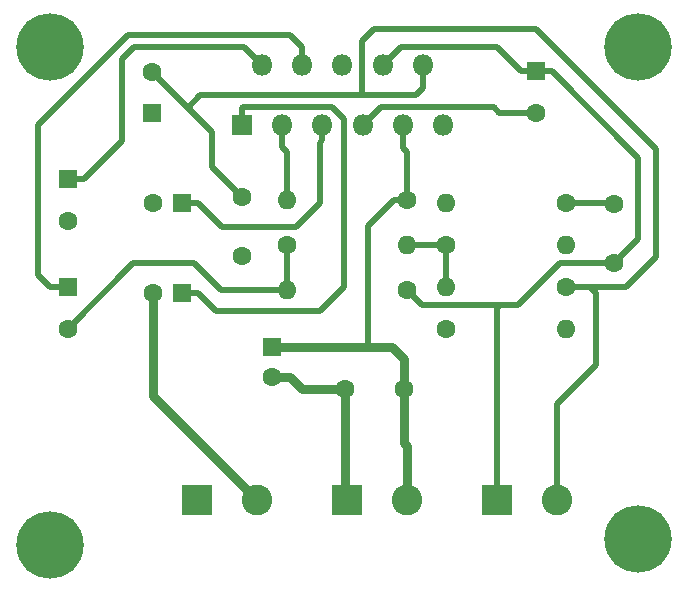
<source format=gbr>
G04 #@! TF.GenerationSoftware,KiCad,Pcbnew,(5.1.4-0-10_14)*
G04 #@! TF.CreationDate,2021-05-27T15:15:14+02:00*
G04 #@! TF.ProjectId,Untitled,556e7469-746c-4656-942e-6b696361645f,rev?*
G04 #@! TF.SameCoordinates,Original*
G04 #@! TF.FileFunction,Copper,L2,Bot*
G04 #@! TF.FilePolarity,Positive*
%FSLAX46Y46*%
G04 Gerber Fmt 4.6, Leading zero omitted, Abs format (unit mm)*
G04 Created by KiCad (PCBNEW (5.1.4-0-10_14)) date 2021-05-27 15:15:14*
%MOMM*%
%LPD*%
G04 APERTURE LIST*
%ADD10C,1.600000*%
%ADD11R,1.600000X1.600000*%
%ADD12R,2.600000X2.600000*%
%ADD13C,2.600000*%
%ADD14O,1.600000X1.600000*%
%ADD15R,1.800000X1.800000*%
%ADD16O,1.800000X1.800000*%
%ADD17C,5.700000*%
%ADD18C,0.508000*%
%ADD19C,0.762000*%
G04 APERTURE END LIST*
D10*
X135636000Y-70612000D03*
X130636000Y-70612000D03*
D11*
X116840000Y-54864000D03*
D10*
X114340000Y-54864000D03*
X114340000Y-62484000D03*
D11*
X116840000Y-62484000D03*
X124460000Y-67056000D03*
D10*
X124460000Y-69556000D03*
D11*
X107188000Y-52832000D03*
D10*
X107188000Y-56332000D03*
X107188000Y-65476000D03*
D11*
X107188000Y-61976000D03*
X146812000Y-43688000D03*
D10*
X146812000Y-47188000D03*
X114300000Y-43744000D03*
D11*
X114300000Y-47244000D03*
D10*
X153416000Y-54944000D03*
X153416000Y-59944000D03*
X121920000Y-54356000D03*
X121920000Y-59356000D03*
D12*
X130810000Y-80010000D03*
D13*
X135890000Y-80010000D03*
X123190000Y-80010000D03*
D12*
X118110000Y-80010000D03*
X143510000Y-80010000D03*
D13*
X148590000Y-80010000D03*
D14*
X125730000Y-54610000D03*
D10*
X135890000Y-54610000D03*
X135890000Y-62230000D03*
D14*
X125730000Y-62230000D03*
X135890000Y-58420000D03*
D10*
X125730000Y-58420000D03*
X139192000Y-58420000D03*
D14*
X149352000Y-58420000D03*
X139192000Y-61976000D03*
D10*
X149352000Y-61976000D03*
X149352000Y-54864000D03*
D14*
X139192000Y-54864000D03*
D10*
X139192000Y-65532000D03*
D14*
X149352000Y-65532000D03*
D15*
X121920000Y-48260000D03*
D16*
X123620000Y-43180000D03*
X125320000Y-48260000D03*
X127020000Y-43180000D03*
X128720000Y-48260000D03*
X130420000Y-43180000D03*
X132120000Y-48260000D03*
X133820000Y-43180000D03*
X135520000Y-48260000D03*
X137220000Y-43180000D03*
X138920000Y-48260000D03*
D17*
X155448000Y-41656000D03*
X105664000Y-83820000D03*
X155448000Y-83312000D03*
X105664000Y-41656000D03*
D18*
X135520000Y-48260000D02*
X135520000Y-50176000D01*
X135890000Y-50546000D02*
X135890000Y-54610000D01*
X135520000Y-50176000D02*
X135890000Y-50546000D01*
D19*
X135636000Y-70612000D02*
X135636000Y-75184000D01*
X135890000Y-75438000D02*
X135890000Y-80010000D01*
X135636000Y-75184000D02*
X135890000Y-75438000D01*
X135636000Y-68072000D02*
X135636000Y-70612000D01*
X134620000Y-67056000D02*
X135636000Y-68072000D01*
D18*
X134758630Y-54610000D02*
X132588000Y-56780630D01*
X132588000Y-56780630D02*
X132588000Y-67056000D01*
X135890000Y-54610000D02*
X134758630Y-54610000D01*
D19*
X132588000Y-67056000D02*
X134620000Y-67056000D01*
X124460000Y-67056000D02*
X132588000Y-67056000D01*
X130636000Y-79836000D02*
X130810000Y-80010000D01*
X130636000Y-70612000D02*
X130636000Y-79836000D01*
X124460000Y-69556000D02*
X125944000Y-69556000D01*
X129504630Y-70612000D02*
X130636000Y-70612000D01*
X127000000Y-70612000D02*
X129504630Y-70612000D01*
X125944000Y-69556000D02*
X127000000Y-70612000D01*
D18*
X128720000Y-49532792D02*
X128524000Y-49728792D01*
X128720000Y-48260000D02*
X128720000Y-49532792D01*
X128524000Y-49728792D02*
X128524000Y-54864000D01*
X128524000Y-54864000D02*
X126492000Y-56896000D01*
X118148000Y-54864000D02*
X116840000Y-54864000D01*
X120180000Y-56896000D02*
X118148000Y-54864000D01*
X126492000Y-56896000D02*
X120180000Y-56896000D01*
D19*
X114340000Y-71160000D02*
X123190000Y-80010000D01*
X114340000Y-62484000D02*
X114340000Y-71160000D01*
D18*
X121920000Y-46852000D02*
X121920000Y-48260000D01*
X122036000Y-46736000D02*
X121920000Y-46852000D01*
X130556000Y-47752000D02*
X129540000Y-46736000D01*
X129540000Y-46736000D02*
X122036000Y-46736000D01*
X118148000Y-62484000D02*
X119672000Y-64008000D01*
X130556000Y-61976000D02*
X130556000Y-47752000D01*
X128524000Y-64008000D02*
X130556000Y-61976000D01*
X119672000Y-64008000D02*
X128524000Y-64008000D01*
X116840000Y-62484000D02*
X118148000Y-62484000D01*
X122096000Y-41656000D02*
X123620000Y-43180000D01*
X111760000Y-49568000D02*
X111760000Y-42672000D01*
X112776000Y-41656000D02*
X122096000Y-41656000D01*
X108496000Y-52832000D02*
X111760000Y-49568000D01*
X111760000Y-42672000D02*
X112776000Y-41656000D01*
X107188000Y-52832000D02*
X108496000Y-52832000D01*
X139192000Y-58420000D02*
X135890000Y-58420000D01*
X139192000Y-58420000D02*
X139192000Y-61976000D01*
X125730000Y-58420000D02*
X125730000Y-62230000D01*
X107188000Y-65476000D02*
X112720000Y-59944000D01*
X112720000Y-59944000D02*
X117856000Y-59944000D01*
X120142000Y-62230000D02*
X125730000Y-62230000D01*
X117856000Y-59944000D02*
X120142000Y-62230000D01*
X127020000Y-43180000D02*
X127020000Y-41676000D01*
X127020000Y-41676000D02*
X125984000Y-40640000D01*
X125984000Y-40640000D02*
X112268000Y-40640000D01*
X112268000Y-40640000D02*
X104648000Y-48260000D01*
X104648000Y-48260000D02*
X104648000Y-60960000D01*
X105664000Y-61976000D02*
X107188000Y-61976000D01*
X104648000Y-60960000D02*
X105664000Y-61976000D01*
X133820000Y-43180000D02*
X135344000Y-41656000D01*
X145504000Y-43688000D02*
X146812000Y-43688000D01*
X143472000Y-41656000D02*
X145504000Y-43688000D01*
X135344000Y-41656000D02*
X143472000Y-41656000D01*
X148120000Y-43688000D02*
X155448000Y-51016000D01*
X146812000Y-43688000D02*
X148120000Y-43688000D01*
X155448000Y-57912000D02*
X153416000Y-59944000D01*
X155448000Y-51016000D02*
X155448000Y-57912000D01*
X135890000Y-62230000D02*
X137160000Y-63500000D01*
X143510000Y-63754000D02*
X143764000Y-63500000D01*
X143510000Y-80010000D02*
X143510000Y-63754000D01*
X137160000Y-63500000D02*
X143764000Y-63500000D01*
X153416000Y-59944000D02*
X148844000Y-59944000D01*
X145288000Y-63500000D02*
X143764000Y-63500000D01*
X148844000Y-59944000D02*
X145288000Y-63500000D01*
X132120000Y-48260000D02*
X133644000Y-46736000D01*
X133644000Y-46736000D02*
X143256000Y-46736000D01*
X143708000Y-47188000D02*
X146812000Y-47188000D01*
X143256000Y-46736000D02*
X143708000Y-47188000D01*
X119380000Y-51816000D02*
X121920000Y-54356000D01*
X119380000Y-48824000D02*
X119380000Y-51816000D01*
X137220000Y-43180000D02*
X137220000Y-45152000D01*
X137220000Y-45152000D02*
X136652000Y-45720000D01*
X117320000Y-46764000D02*
X119380000Y-48824000D01*
X118364000Y-45720000D02*
X117320000Y-46764000D01*
X114300000Y-43744000D02*
X117320000Y-46764000D01*
X148590000Y-80010000D02*
X148590000Y-71882000D01*
X148590000Y-71882000D02*
X151892000Y-68580000D01*
X151892000Y-68580000D02*
X151892000Y-62484000D01*
X151384000Y-61976000D02*
X149352000Y-61976000D01*
X151892000Y-62484000D02*
X151384000Y-61976000D01*
X149352000Y-61976000D02*
X154432000Y-61976000D01*
X154432000Y-61976000D02*
X156972000Y-59436000D01*
X156972000Y-59436000D02*
X156972000Y-50292000D01*
X156972000Y-50292000D02*
X146812000Y-40132000D01*
X146812000Y-40132000D02*
X133096000Y-40132000D01*
X132080000Y-41148000D02*
X132080000Y-45720000D01*
X132080000Y-45720000D02*
X118364000Y-45720000D01*
X133096000Y-40132000D02*
X132080000Y-41148000D01*
X136652000Y-45720000D02*
X132080000Y-45720000D01*
X153336000Y-54864000D02*
X153416000Y-54944000D01*
X149352000Y-54864000D02*
X153336000Y-54864000D01*
X125320000Y-48260000D02*
X125320000Y-50136000D01*
X125730000Y-50546000D02*
X125730000Y-54610000D01*
X125320000Y-50136000D02*
X125730000Y-50546000D01*
M02*

</source>
